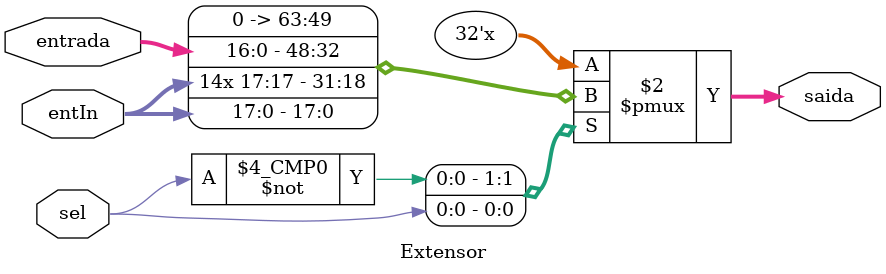
<source format=v>
module Extensor(entrada, entIn, saida, sel);

input sel;
input [16:0] entrada;
input [17:0] entIn;
output reg [31:0] saida;
 
 always @(*)
 begin
	case(sel)
	1'b0:
		begin
			//saida[31:16]=16'b000000000000000; //coloca 
			saida = {15'b0, entrada};
		end
	1'b1:
		begin
			saida = { {14{entIn[17]}}, entIn};
		end
	endcase
		
  //saida[15:0]=entrada[15:0]; //os 16 bits da entrada ficam os mesmos
  
end

endmodule 
</source>
